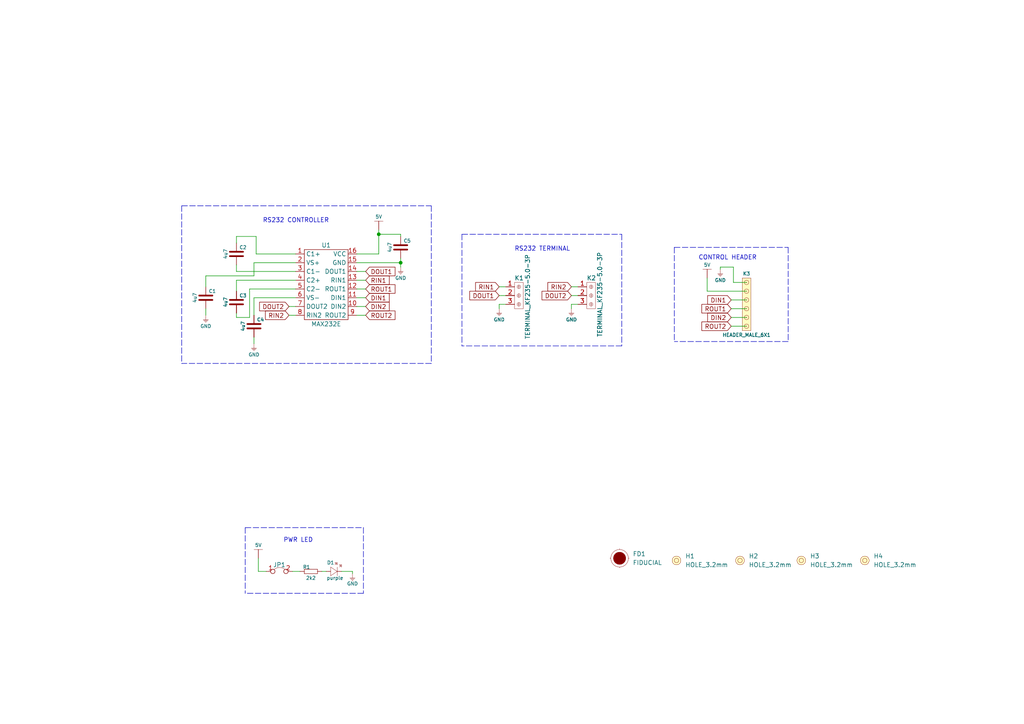
<source format=kicad_sch>
(kicad_sch (version 20210621) (generator eeschema)

  (uuid 2e4ae581-99aa-493b-a0a2-a5fb6df7d9ca)

  (paper "A4")

  (lib_symbols
    (symbol "e-radionica.com schematics:0402LED" (pin_numbers hide) (pin_names (offset 0.254) hide) (in_bom yes) (on_board yes)
      (property "Reference" "D" (id 0) (at -0.635 2.54 0)
        (effects (font (size 1 1)))
      )
      (property "Value" "0402LED" (id 1) (at 0 -2.54 0)
        (effects (font (size 1 1)))
      )
      (property "Footprint" "e-radionica.com footprinti:0402LED" (id 2) (at 0 5.08 0)
        (effects (font (size 1 1)) hide)
      )
      (property "Datasheet" "" (id 3) (at 0 0 0)
        (effects (font (size 1 1)) hide)
      )
      (symbol "0402LED_0_1"
        (polyline
          (pts
            (xy -0.635 1.27)
            (xy 1.27 0)
          )
          (stroke (width 0.0006)) (fill (type none))
        )
        (polyline
          (pts
            (xy 0.635 1.905)
            (xy 1.27 2.54)
          )
          (stroke (width 0.0006)) (fill (type none))
        )
        (polyline
          (pts
            (xy 1.27 1.27)
            (xy 1.27 -1.27)
          )
          (stroke (width 0.0006)) (fill (type none))
        )
        (polyline
          (pts
            (xy 1.905 1.27)
            (xy 2.54 1.905)
          )
          (stroke (width 0.0006)) (fill (type none))
        )
        (polyline
          (pts
            (xy -0.635 1.27)
            (xy -0.635 -1.27)
            (xy 1.27 0)
          )
          (stroke (width 0.0006)) (fill (type none))
        )
        (polyline
          (pts
            (xy 1.27 2.54)
            (xy 0.635 2.54)
            (xy 1.27 1.905)
            (xy 1.27 2.54)
          )
          (stroke (width 0.0006)) (fill (type none))
        )
        (polyline
          (pts
            (xy 2.54 1.905)
            (xy 1.905 1.905)
            (xy 2.54 1.27)
            (xy 2.54 1.905)
          )
          (stroke (width 0.0006)) (fill (type none))
        )
      )
      (symbol "0402LED_1_1"
        (pin passive line (at -1.905 0 0) (length 1.27)
          (name "A" (effects (font (size 1.27 1.27))))
          (number "1" (effects (font (size 1.27 1.27))))
        )
        (pin passive line (at 2.54 0 180) (length 1.27)
          (name "K" (effects (font (size 1.27 1.27))))
          (number "2" (effects (font (size 1.27 1.27))))
        )
      )
    )
    (symbol "e-radionica.com schematics:0402R" (pin_numbers hide) (pin_names (offset 0.254)) (in_bom yes) (on_board yes)
      (property "Reference" "R" (id 0) (at -1.905 1.27 0)
        (effects (font (size 1 1)))
      )
      (property "Value" "0402R" (id 1) (at 0 -1.27 0)
        (effects (font (size 1 1)))
      )
      (property "Footprint" "e-radionica.com footprinti:0402R" (id 2) (at -2.54 1.905 0)
        (effects (font (size 1 1)) hide)
      )
      (property "Datasheet" "" (id 3) (at -2.54 1.905 0)
        (effects (font (size 1 1)) hide)
      )
      (symbol "0402R_0_1"
        (rectangle (start -1.905 -0.635) (end 1.905 -0.6604)
          (stroke (width 0.1)) (fill (type none))
        )
        (rectangle (start -1.905 0.635) (end -1.8796 -0.635)
          (stroke (width 0.1)) (fill (type none))
        )
        (rectangle (start -1.905 0.635) (end 1.905 0.6096)
          (stroke (width 0.1)) (fill (type none))
        )
        (rectangle (start 1.905 0.635) (end 1.9304 -0.635)
          (stroke (width 0.1)) (fill (type none))
        )
      )
      (symbol "0402R_1_1"
        (pin passive line (at -3.175 0 0) (length 1.27)
          (name "~" (effects (font (size 1.27 1.27))))
          (number "1" (effects (font (size 1.27 1.27))))
        )
        (pin passive line (at 3.175 0 180) (length 1.27)
          (name "~" (effects (font (size 1.27 1.27))))
          (number "2" (effects (font (size 1.27 1.27))))
        )
      )
    )
    (symbol "e-radionica.com schematics:0603C" (pin_numbers hide) (pin_names (offset 0.002)) (in_bom yes) (on_board yes)
      (property "Reference" "C" (id 0) (at -0.635 3.175 0)
        (effects (font (size 1 1)))
      )
      (property "Value" "0603C" (id 1) (at 0 -3.175 0)
        (effects (font (size 1 1)))
      )
      (property "Footprint" "e-radionica.com footprinti:0603C" (id 2) (at 0 0 0)
        (effects (font (size 1 1)) hide)
      )
      (property "Datasheet" "" (id 3) (at 0 0 0)
        (effects (font (size 1 1)) hide)
      )
      (symbol "0603C_0_1"
        (polyline
          (pts
            (xy -0.635 1.905)
            (xy -0.635 -1.905)
          )
          (stroke (width 0.5)) (fill (type none))
        )
        (polyline
          (pts
            (xy 0.635 1.905)
            (xy 0.635 -1.905)
          )
          (stroke (width 0.5)) (fill (type none))
        )
      )
      (symbol "0603C_1_1"
        (pin passive line (at -3.175 0 0) (length 2.54)
          (name "~" (effects (font (size 1.27 1.27))))
          (number "1" (effects (font (size 1.27 1.27))))
        )
        (pin passive line (at 3.175 0 180) (length 2.54)
          (name "~" (effects (font (size 1.27 1.27))))
          (number "2" (effects (font (size 1.27 1.27))))
        )
      )
    )
    (symbol "e-radionica.com schematics:5V" (power) (pin_names (offset 0)) (in_bom yes) (on_board yes)
      (property "Reference" "#PWR" (id 0) (at 4.445 0 0)
        (effects (font (size 1 1)) hide)
      )
      (property "Value" "5V" (id 1) (at 0 3.556 0)
        (effects (font (size 1 1)))
      )
      (property "Footprint" "" (id 2) (at 4.445 3.81 0)
        (effects (font (size 1 1)) hide)
      )
      (property "Datasheet" "" (id 3) (at 4.445 3.81 0)
        (effects (font (size 1 1)) hide)
      )
      (property "ki_keywords" "power-flag" (id 4) (at 0 0 0)
        (effects (font (size 1.27 1.27)) hide)
      )
      (property "ki_description" "Power symbol creates a global label with name \"5V\"" (id 5) (at 0 0 0)
        (effects (font (size 1.27 1.27)) hide)
      )
      (symbol "5V_0_1"
        (polyline
          (pts
            (xy -1.27 2.54)
            (xy 1.27 2.54)
          )
          (stroke (width 0.0006)) (fill (type none))
        )
        (polyline
          (pts
            (xy 0 0)
            (xy 0 2.54)
          )
          (stroke (width 0)) (fill (type none))
        )
      )
      (symbol "5V_1_1"
        (pin power_in line (at 0 0 90) (length 0) hide
          (name "5V" (effects (font (size 1.27 1.27))))
          (number "1" (effects (font (size 1.27 1.27))))
        )
      )
    )
    (symbol "e-radionica.com schematics:FIDUCIAL" (in_bom no) (on_board yes)
      (property "Reference" "FD" (id 0) (at 0 3.81 0)
        (effects (font (size 1.27 1.27)))
      )
      (property "Value" "FIDUCIAL" (id 1) (at 0 -3.81 0)
        (effects (font (size 1.27 1.27)))
      )
      (property "Footprint" "e-radionica.com footprinti:FIDUCIAL_23" (id 2) (at 0.254 -5.334 0)
        (effects (font (size 1.27 1.27)) hide)
      )
      (property "Datasheet" "" (id 3) (at 0 0 0)
        (effects (font (size 1.27 1.27)) hide)
      )
      (symbol "FIDUCIAL_0_1"
        (circle (center 0 0) (radius 2.54) (stroke (width 0.0006)) (fill (type none)))
        (circle (center 0 0) (radius 1.7961) (stroke (width 0.001)) (fill (type outline)))
        (polyline
          (pts
            (xy -2.54 0)
            (xy -2.794 0)
          )
          (stroke (width 0.0006)) (fill (type none))
        )
        (polyline
          (pts
            (xy 0 -2.54)
            (xy 0 -2.794)
          )
          (stroke (width 0.0006)) (fill (type none))
        )
        (polyline
          (pts
            (xy 0 2.54)
            (xy 0 2.794)
          )
          (stroke (width 0.0006)) (fill (type none))
        )
        (polyline
          (pts
            (xy 2.54 0)
            (xy 2.794 0)
          )
          (stroke (width 0.0006)) (fill (type none))
        )
      )
    )
    (symbol "e-radionica.com schematics:GND" (power) (pin_names (offset 0)) (in_bom yes) (on_board yes)
      (property "Reference" "#PWR" (id 0) (at 4.445 0 0)
        (effects (font (size 1 1)) hide)
      )
      (property "Value" "GND" (id 1) (at 0 -2.921 0)
        (effects (font (size 1 1)))
      )
      (property "Footprint" "" (id 2) (at 4.445 3.81 0)
        (effects (font (size 1 1)) hide)
      )
      (property "Datasheet" "" (id 3) (at 4.445 3.81 0)
        (effects (font (size 1 1)) hide)
      )
      (property "ki_keywords" "power-flag" (id 4) (at 0 0 0)
        (effects (font (size 1.27 1.27)) hide)
      )
      (property "ki_description" "Power symbol creates a global label with name \"GND\"" (id 5) (at 0 0 0)
        (effects (font (size 1.27 1.27)) hide)
      )
      (symbol "GND_0_1"
        (polyline
          (pts
            (xy -0.762 -1.27)
            (xy 0.762 -1.27)
          )
          (stroke (width 0.0006)) (fill (type none))
        )
        (polyline
          (pts
            (xy -0.635 -1.524)
            (xy 0.635 -1.524)
          )
          (stroke (width 0.0006)) (fill (type none))
        )
        (polyline
          (pts
            (xy -0.381 -1.778)
            (xy 0.381 -1.778)
          )
          (stroke (width 0.0006)) (fill (type none))
        )
        (polyline
          (pts
            (xy -0.127 -2.032)
            (xy 0.127 -2.032)
          )
          (stroke (width 0.0006)) (fill (type none))
        )
        (polyline
          (pts
            (xy 0 0)
            (xy 0 -1.27)
          )
          (stroke (width 0.0006)) (fill (type none))
        )
      )
      (symbol "GND_1_1"
        (pin power_in line (at 0 0 270) (length 0) hide
          (name "GND" (effects (font (size 1.27 1.27))))
          (number "1" (effects (font (size 1.27 1.27))))
        )
      )
    )
    (symbol "e-radionica.com schematics:GND_3" (power) (pin_names (offset 0)) (in_bom yes) (on_board yes)
      (property "Reference" "#PWR" (id 0) (at 4.445 0 0)
        (effects (font (size 1 1)) hide)
      )
      (property "Value" "GND" (id 1) (at 0 -2.921 0)
        (effects (font (size 1 1)))
      )
      (property "Footprint" "" (id 2) (at 4.445 3.81 0)
        (effects (font (size 1 1)) hide)
      )
      (property "Datasheet" "" (id 3) (at 4.445 3.81 0)
        (effects (font (size 1 1)) hide)
      )
      (property "ki_keywords" "power-flag" (id 4) (at 0 0 0)
        (effects (font (size 1.27 1.27)) hide)
      )
      (property "ki_description" "Power symbol creates a global label with name \"+3V3\"" (id 5) (at 0 0 0)
        (effects (font (size 1.27 1.27)) hide)
      )
      (symbol "GND_3_0_1"
        (polyline
          (pts
            (xy -0.762 -1.27)
            (xy 0.762 -1.27)
          )
          (stroke (width 0.0006)) (fill (type none))
        )
        (polyline
          (pts
            (xy -0.635 -1.524)
            (xy 0.635 -1.524)
          )
          (stroke (width 0.0006)) (fill (type none))
        )
        (polyline
          (pts
            (xy -0.381 -1.778)
            (xy 0.381 -1.778)
          )
          (stroke (width 0.0006)) (fill (type none))
        )
        (polyline
          (pts
            (xy -0.127 -2.032)
            (xy 0.127 -2.032)
          )
          (stroke (width 0.0006)) (fill (type none))
        )
        (polyline
          (pts
            (xy 0 0)
            (xy 0 -1.27)
          )
          (stroke (width 0.0006)) (fill (type none))
        )
      )
      (symbol "GND_3_1_1"
        (pin power_in line (at 0 0 270) (length 0) hide
          (name "GND" (effects (font (size 1.27 1.27))))
          (number "1" (effects (font (size 1.27 1.27))))
        )
      )
    )
    (symbol "e-radionica.com schematics:HEADER_MALE_6X1" (pin_numbers hide) (pin_names hide) (in_bom yes) (on_board yes)
      (property "Reference" "K" (id 0) (at -0.635 10.16 0)
        (effects (font (size 1 1)))
      )
      (property "Value" "HEADER_MALE_6X1" (id 1) (at 1.27 -7.62 0)
        (effects (font (size 1 1)))
      )
      (property "Footprint" "e-radionica.com footprinti:HEADER_MALE_6X1" (id 2) (at 0 0 0)
        (effects (font (size 1 1)) hide)
      )
      (property "Datasheet" "" (id 3) (at 0 0 0)
        (effects (font (size 1 1)) hide)
      )
      (symbol "HEADER_MALE_6X1_0_1"
        (circle (center 0 -5.08) (radius 0.635) (stroke (width 0.0006)) (fill (type none)))
        (circle (center 0 -2.54) (radius 0.635) (stroke (width 0.0006)) (fill (type none)))
        (circle (center 0 0) (radius 0.635) (stroke (width 0.0006)) (fill (type none)))
        (circle (center 0 2.54) (radius 0.635) (stroke (width 0.0006)) (fill (type none)))
        (circle (center 0 5.08) (radius 0.635) (stroke (width 0.0006)) (fill (type none)))
        (circle (center 0 7.62) (radius 0.635) (stroke (width 0.0006)) (fill (type none)))
        (rectangle (start 1.27 -6.35) (end -1.27 8.89)
          (stroke (width 0.001)) (fill (type background))
        )
      )
      (symbol "HEADER_MALE_6X1_1_1"
        (pin passive line (at 0 -5.08 180) (length 0)
          (name "~" (effects (font (size 0.991 0.991))))
          (number "1" (effects (font (size 0.991 0.991))))
        )
        (pin passive line (at 0 -2.54 180) (length 0)
          (name "~" (effects (font (size 0.991 0.991))))
          (number "2" (effects (font (size 0.991 0.991))))
        )
        (pin passive line (at 0 0 180) (length 0)
          (name "~" (effects (font (size 0.991 0.991))))
          (number "3" (effects (font (size 0.991 0.991))))
        )
        (pin passive line (at 0 2.54 180) (length 0)
          (name "~" (effects (font (size 0.991 0.991))))
          (number "4" (effects (font (size 0.991 0.991))))
        )
        (pin passive line (at 0 5.08 180) (length 0)
          (name "~" (effects (font (size 0.991 0.991))))
          (number "5" (effects (font (size 0.991 0.991))))
        )
        (pin passive line (at 0 7.62 180) (length 0)
          (name "~" (effects (font (size 0.991 0.991))))
          (number "6" (effects (font (size 0.991 0.991))))
        )
      )
    )
    (symbol "e-radionica.com schematics:HOLE_3.2mm" (pin_numbers hide) (pin_names hide) (in_bom yes) (on_board yes)
      (property "Reference" "H" (id 0) (at 0 2.54 0)
        (effects (font (size 1.27 1.27)))
      )
      (property "Value" "HOLE_3.2mm" (id 1) (at 0 -2.54 0)
        (effects (font (size 1.27 1.27)))
      )
      (property "Footprint" "e-radionica.com footprinti:HOLE_3.2mm" (id 2) (at 0 0 0)
        (effects (font (size 1.27 1.27)) hide)
      )
      (property "Datasheet" "" (id 3) (at 0 0 0)
        (effects (font (size 1.27 1.27)) hide)
      )
      (symbol "HOLE_3.2mm_0_1"
        (circle (center 0 0) (radius 0.635) (stroke (width 0.0006)) (fill (type none)))
        (circle (center 0 0) (radius 1.27) (stroke (width 0.001)) (fill (type background)))
      )
    )
    (symbol "e-radionica.com schematics:MAX232E" (in_bom yes) (on_board yes)
      (property "Reference" "U" (id 0) (at 0 11.43 0)
        (effects (font (size 1.27 1.27)))
      )
      (property "Value" "MAX232E" (id 1) (at 0 -11.43 0)
        (effects (font (size 1.27 1.27)))
      )
      (property "Footprint" "e-radionica.com footprinti:SOP-16" (id 2) (at 0 -13.97 0)
        (effects (font (size 1.27 1.27)) hide)
      )
      (property "Datasheet" "" (id 3) (at 0 0 0)
        (effects (font (size 1.27 1.27)) hide)
      )
      (symbol "MAX232E_0_1"
        (rectangle (start -6.35 10.16) (end 6.35 -10.16)
          (stroke (width 0.1524)) (fill (type none))
        )
      )
      (symbol "MAX232E_1_1"
        (pin bidirectional line (at -8.89 8.89 0) (length 2.54)
          (name "C1+" (effects (font (size 1.27 1.27))))
          (number "1" (effects (font (size 1.27 1.27))))
        )
        (pin bidirectional line (at 8.89 -6.35 180) (length 2.54)
          (name "DIN2" (effects (font (size 1.27 1.27))))
          (number "10" (effects (font (size 1.27 1.27))))
        )
        (pin bidirectional line (at 8.89 -3.81 180) (length 2.54)
          (name "DIN1" (effects (font (size 1.27 1.27))))
          (number "11" (effects (font (size 1.27 1.27))))
        )
        (pin bidirectional line (at 8.89 -1.27 180) (length 2.54)
          (name "ROUT1" (effects (font (size 1.27 1.27))))
          (number "12" (effects (font (size 1.27 1.27))))
        )
        (pin bidirectional line (at 8.89 1.27 180) (length 2.54)
          (name "RIN1" (effects (font (size 1.27 1.27))))
          (number "13" (effects (font (size 1.27 1.27))))
        )
        (pin bidirectional line (at 8.89 3.81 180) (length 2.54)
          (name "DOUT1" (effects (font (size 1.27 1.27))))
          (number "14" (effects (font (size 1.27 1.27))))
        )
        (pin bidirectional line (at 8.89 6.35 180) (length 2.54)
          (name "GND" (effects (font (size 1.27 1.27))))
          (number "15" (effects (font (size 1.27 1.27))))
        )
        (pin bidirectional line (at 8.89 8.89 180) (length 2.54)
          (name "VCC" (effects (font (size 1.27 1.27))))
          (number "16" (effects (font (size 1.27 1.27))))
        )
        (pin bidirectional line (at -8.89 6.35 0) (length 2.54)
          (name "VS+" (effects (font (size 1.27 1.27))))
          (number "2" (effects (font (size 1.27 1.27))))
        )
        (pin bidirectional line (at -8.89 3.81 0) (length 2.54)
          (name "C1-" (effects (font (size 1.27 1.27))))
          (number "3" (effects (font (size 1.27 1.27))))
        )
        (pin bidirectional line (at -8.89 1.27 0) (length 2.54)
          (name "C2+" (effects (font (size 1.27 1.27))))
          (number "4" (effects (font (size 1.27 1.27))))
        )
        (pin bidirectional line (at -8.89 -1.27 0) (length 2.54)
          (name "C2-" (effects (font (size 1.27 1.27))))
          (number "5" (effects (font (size 1.27 1.27))))
        )
        (pin bidirectional line (at -8.89 -3.81 0) (length 2.54)
          (name "VS-" (effects (font (size 1.27 1.27))))
          (number "6" (effects (font (size 1.27 1.27))))
        )
        (pin bidirectional line (at -8.89 -6.35 0) (length 2.54)
          (name "DOUT2" (effects (font (size 1.27 1.27))))
          (number "7" (effects (font (size 1.27 1.27))))
        )
        (pin bidirectional line (at -8.89 -8.89 0) (length 2.54)
          (name "RIN2" (effects (font (size 1.27 1.27))))
          (number "8" (effects (font (size 1.27 1.27))))
        )
        (pin bidirectional line (at 8.89 -8.89 180) (length 2.54)
          (name "ROUT2" (effects (font (size 1.27 1.27))))
          (number "9" (effects (font (size 1.27 1.27))))
        )
      )
    )
    (symbol "e-radionica.com schematics:SMD-JUMPER-CONNECTED_TRACE_SLODERMASK" (in_bom yes) (on_board yes)
      (property "Reference" "JP" (id 0) (at 0 3.556 0)
        (effects (font (size 1.27 1.27)))
      )
      (property "Value" "SMD-JUMPER-CONNECTED_TRACE_SLODERMASK" (id 1) (at 0 -2.54 0)
        (effects (font (size 1.27 1.27)))
      )
      (property "Footprint" "e-radionica.com footprinti:SMD-JUMPER-CONNECTED_TRACE_SLODERMASK" (id 2) (at 0 -5.715 0)
        (effects (font (size 1.27 1.27)) hide)
      )
      (property "Datasheet" "" (id 3) (at 0 0 0)
        (effects (font (size 1.27 1.27)) hide)
      )
      (symbol "SMD-JUMPER-CONNECTED_TRACE_SLODERMASK_0_1"
        (arc (start -1.8034 0.5588) (end 1.397 0.5842) (radius (at -0.1875 -1.4124) (length 2.5489) (angles 129.3 51.6))
          (stroke (width 0.0006)) (fill (type none))
        )
      )
      (symbol "SMD-JUMPER-CONNECTED_TRACE_SLODERMASK_1_1"
        (pin passive inverted (at -4.064 0 0) (length 2.54)
          (name "" (effects (font (size 1.27 1.27))))
          (number "1" (effects (font (size 1.27 1.27))))
        )
        (pin passive inverted (at 3.556 0 180) (length 2.54)
          (name "" (effects (font (size 1.27 1.27))))
          (number "2" (effects (font (size 1.27 1.27))))
        )
      )
    )
    (symbol "e-radionica.com schematics:TERMINAL_KF235-5.0-3P" (in_bom yes) (on_board yes)
      (property "Reference" "K" (id 0) (at 0 5.08 0)
        (effects (font (size 1.27 1.27)))
      )
      (property "Value" "TERMINAL_KF235-5.0-3P" (id 1) (at 0 -5.08 0)
        (effects (font (size 1.27 1.27)))
      )
      (property "Footprint" "e-radionica.com footprinti:TERMINAL_KF235-5.0-3P" (id 2) (at 0 -7.62 0)
        (effects (font (size 1.27 1.27)) hide)
      )
      (property "Datasheet" "" (id 3) (at 0 0 0)
        (effects (font (size 1.27 1.27)) hide)
      )
      (symbol "TERMINAL_KF235-5.0-3P_0_1"
        (circle (center 0 -2.54) (radius 0.508) (stroke (width 0.0006)) (fill (type none)))
        (circle (center 0 0) (radius 0.508) (stroke (width 0.0006)) (fill (type none)))
        (circle (center 0 2.54) (radius 0.508) (stroke (width 0.0006)) (fill (type none)))
        (rectangle (start -1.27 3.81) (end 1.27 -3.81)
          (stroke (width 0.0006)) (fill (type none))
        )
        (polyline
          (pts
            (xy -0.254 -2.54)
            (xy 0.254 -2.54)
          )
          (stroke (width 0.0006)) (fill (type none))
        )
        (polyline
          (pts
            (xy -0.254 0)
            (xy 0.254 0)
          )
          (stroke (width 0.0006)) (fill (type none))
        )
        (polyline
          (pts
            (xy -0.254 2.54)
            (xy 0.254 2.54)
          )
          (stroke (width 0.0006)) (fill (type none))
        )
        (polyline
          (pts
            (xy 0 -2.032)
            (xy 0 -3.048)
          )
          (stroke (width 0.0006)) (fill (type none))
        )
        (polyline
          (pts
            (xy 0 0.508)
            (xy 0 -0.508)
          )
          (stroke (width 0.0006)) (fill (type none))
        )
        (polyline
          (pts
            (xy 0 3.048)
            (xy 0 2.032)
          )
          (stroke (width 0.0006)) (fill (type none))
        )
      )
      (symbol "TERMINAL_KF235-5.0-3P_1_1"
        (pin input line (at -3.81 2.54 0) (length 2.54)
          (name "~" (effects (font (size 1.27 1.27))))
          (number "1" (effects (font (size 1.27 1.27))))
        )
        (pin input line (at -3.81 0 0) (length 2.54)
          (name "~" (effects (font (size 1.27 1.27))))
          (number "2" (effects (font (size 1.27 1.27))))
        )
        (pin input line (at -3.81 -2.54 0) (length 2.54)
          (name "~" (effects (font (size 1.27 1.27))))
          (number "3" (effects (font (size 1.27 1.27))))
        )
      )
    )
  )

  (junction (at 109.855 67.945) (diameter 0.9144) (color 0 0 0 0))
  (junction (at 116.205 76.2) (diameter 0.9144) (color 0 0 0 0))

  (wire (pts (xy 59.69 80.01) (xy 59.69 83.185))
    (stroke (width 0) (type solid) (color 0 0 0 0))
    (uuid f2be864c-efce-459d-80c2-00edb0dfbcaa)
  )
  (wire (pts (xy 59.69 89.535) (xy 59.69 91.44))
    (stroke (width 0) (type solid) (color 0 0 0 0))
    (uuid 34611700-f4c0-4550-9b5d-6215192a9ead)
  )
  (wire (pts (xy 68.58 68.58) (xy 68.58 70.485))
    (stroke (width 0) (type solid) (color 0 0 0 0))
    (uuid b9e5fddb-41e4-4191-99e9-6875fda12d19)
  )
  (wire (pts (xy 68.58 78.74) (xy 68.58 76.835))
    (stroke (width 0) (type solid) (color 0 0 0 0))
    (uuid c3cf8fc5-30a8-4d2a-ad06-655c27422e4d)
  )
  (wire (pts (xy 68.58 78.74) (xy 85.725 78.74))
    (stroke (width 0) (type solid) (color 0 0 0 0))
    (uuid 6f1297e8-65fa-46e3-9e83-67c2106b2736)
  )
  (wire (pts (xy 68.58 81.28) (xy 68.58 84.455))
    (stroke (width 0) (type solid) (color 0 0 0 0))
    (uuid d179cc25-b17b-4af4-bd47-4f25dbec270d)
  )
  (wire (pts (xy 68.58 81.28) (xy 85.725 81.28))
    (stroke (width 0) (type solid) (color 0 0 0 0))
    (uuid 70b825a0-5a8f-4de9-b857-4903ef26c82f)
  )
  (wire (pts (xy 68.58 92.075) (xy 68.58 90.805))
    (stroke (width 0) (type solid) (color 0 0 0 0))
    (uuid 3ca71f6a-2774-4fa1-aee5-45c127fb2211)
  )
  (wire (pts (xy 72.39 83.82) (xy 72.39 92.075))
    (stroke (width 0) (type solid) (color 0 0 0 0))
    (uuid 2d3cbe51-23d6-4250-b51a-1ce8dc7c9343)
  )
  (wire (pts (xy 72.39 83.82) (xy 85.725 83.82))
    (stroke (width 0) (type solid) (color 0 0 0 0))
    (uuid 9e40a21a-8782-4eb9-a7b4-cbb63a54c18b)
  )
  (wire (pts (xy 72.39 92.075) (xy 68.58 92.075))
    (stroke (width 0) (type solid) (color 0 0 0 0))
    (uuid 3ca71f6a-2774-4fa1-aee5-45c127fb2211)
  )
  (wire (pts (xy 73.66 76.2) (xy 73.66 80.01))
    (stroke (width 0) (type solid) (color 0 0 0 0))
    (uuid f2be864c-efce-459d-80c2-00edb0dfbcaa)
  )
  (wire (pts (xy 73.66 76.2) (xy 85.725 76.2))
    (stroke (width 0) (type solid) (color 0 0 0 0))
    (uuid f2be864c-efce-459d-80c2-00edb0dfbcaa)
  )
  (wire (pts (xy 73.66 80.01) (xy 59.69 80.01))
    (stroke (width 0) (type solid) (color 0 0 0 0))
    (uuid f2be864c-efce-459d-80c2-00edb0dfbcaa)
  )
  (wire (pts (xy 73.66 86.36) (xy 73.66 91.44))
    (stroke (width 0) (type solid) (color 0 0 0 0))
    (uuid de29f6b1-a73b-4d09-a6f6-8f89fe27f249)
  )
  (wire (pts (xy 73.66 86.36) (xy 85.725 86.36))
    (stroke (width 0) (type solid) (color 0 0 0 0))
    (uuid 72bfef14-2e8f-4be9-9aeb-75680d217039)
  )
  (wire (pts (xy 73.66 97.79) (xy 73.66 99.695))
    (stroke (width 0) (type solid) (color 0 0 0 0))
    (uuid 5fef3a06-0c56-4b42-b3e5-07ca45c791b9)
  )
  (wire (pts (xy 74.295 68.58) (xy 68.58 68.58))
    (stroke (width 0) (type solid) (color 0 0 0 0))
    (uuid b9e5fddb-41e4-4191-99e9-6875fda12d19)
  )
  (wire (pts (xy 74.295 73.66) (xy 74.295 68.58))
    (stroke (width 0) (type solid) (color 0 0 0 0))
    (uuid b9e5fddb-41e4-4191-99e9-6875fda12d19)
  )
  (wire (pts (xy 74.295 73.66) (xy 85.725 73.66))
    (stroke (width 0) (type solid) (color 0 0 0 0))
    (uuid d51fb765-216f-4000-818d-6ac137bfdfa6)
  )
  (wire (pts (xy 74.93 165.735) (xy 74.93 161.925))
    (stroke (width 0) (type solid) (color 0 0 0 0))
    (uuid fabe1248-9503-44fd-81e2-9efdb40c8151)
  )
  (wire (pts (xy 77.216 165.735) (xy 74.93 165.735))
    (stroke (width 0) (type solid) (color 0 0 0 0))
    (uuid 76a80e17-ae62-497d-a3a4-0ea4f209f69c)
  )
  (wire (pts (xy 83.82 88.9) (xy 85.725 88.9))
    (stroke (width 0) (type solid) (color 0 0 0 0))
    (uuid 53692e9a-de65-498b-a378-519d6420641f)
  )
  (wire (pts (xy 83.82 91.44) (xy 85.725 91.44))
    (stroke (width 0) (type solid) (color 0 0 0 0))
    (uuid 56790e62-5996-4df5-9ef5-fdadf53dd14f)
  )
  (wire (pts (xy 84.836 165.735) (xy 86.995 165.735))
    (stroke (width 0) (type solid) (color 0 0 0 0))
    (uuid b6b18ec3-5e52-4d11-ae98-08909c2a8e27)
  )
  (wire (pts (xy 93.345 165.735) (xy 94.615 165.735))
    (stroke (width 0) (type solid) (color 0 0 0 0))
    (uuid 93a6f30a-8eb0-46b5-ab21-5c191029d0ac)
  )
  (wire (pts (xy 99.06 165.735) (xy 102.235 165.735))
    (stroke (width 0) (type solid) (color 0 0 0 0))
    (uuid d63b3610-6c92-4b51-97d9-60c24bae1d18)
  )
  (wire (pts (xy 102.235 165.735) (xy 102.235 166.37))
    (stroke (width 0) (type solid) (color 0 0 0 0))
    (uuid 02101284-c9ee-4785-aa30-acfb842a65e8)
  )
  (wire (pts (xy 103.505 73.66) (xy 109.855 73.66))
    (stroke (width 0) (type solid) (color 0 0 0 0))
    (uuid abe2c1da-77dc-44ad-b5d0-aa873962467f)
  )
  (wire (pts (xy 103.505 76.2) (xy 116.205 76.2))
    (stroke (width 0) (type solid) (color 0 0 0 0))
    (uuid b6f66e3a-03d7-4b2e-bf66-d0f1bc7e3d0d)
  )
  (wire (pts (xy 103.505 78.74) (xy 106.045 78.74))
    (stroke (width 0) (type solid) (color 0 0 0 0))
    (uuid 94953072-7010-42b5-8aba-93285c5eeae9)
  )
  (wire (pts (xy 103.505 81.28) (xy 106.045 81.28))
    (stroke (width 0) (type solid) (color 0 0 0 0))
    (uuid 1795ed96-a81f-4c87-8d4c-966e245ff33f)
  )
  (wire (pts (xy 103.505 83.82) (xy 106.045 83.82))
    (stroke (width 0) (type solid) (color 0 0 0 0))
    (uuid e73ffab5-1b45-4cf8-83ca-e91043278d3a)
  )
  (wire (pts (xy 103.505 86.36) (xy 106.045 86.36))
    (stroke (width 0) (type solid) (color 0 0 0 0))
    (uuid 75840501-d9ef-4122-bbcf-745b19057424)
  )
  (wire (pts (xy 103.505 88.9) (xy 106.045 88.9))
    (stroke (width 0) (type solid) (color 0 0 0 0))
    (uuid 058b710b-4c53-44d0-be1a-ad59a46b28a4)
  )
  (wire (pts (xy 103.505 91.44) (xy 106.045 91.44))
    (stroke (width 0) (type solid) (color 0 0 0 0))
    (uuid d14b6691-c8bf-4f4c-980c-3c903350b7e9)
  )
  (wire (pts (xy 109.855 67.945) (xy 109.855 66.675))
    (stroke (width 0) (type solid) (color 0 0 0 0))
    (uuid 366c2ff2-1863-43d1-863a-22e5a0d941f1)
  )
  (wire (pts (xy 109.855 73.66) (xy 109.855 67.945))
    (stroke (width 0) (type solid) (color 0 0 0 0))
    (uuid abe2c1da-77dc-44ad-b5d0-aa873962467f)
  )
  (wire (pts (xy 116.205 67.945) (xy 109.855 67.945))
    (stroke (width 0) (type solid) (color 0 0 0 0))
    (uuid 366c2ff2-1863-43d1-863a-22e5a0d941f1)
  )
  (wire (pts (xy 116.205 68.58) (xy 116.205 67.945))
    (stroke (width 0) (type solid) (color 0 0 0 0))
    (uuid 366c2ff2-1863-43d1-863a-22e5a0d941f1)
  )
  (wire (pts (xy 116.205 74.93) (xy 116.205 76.2))
    (stroke (width 0) (type solid) (color 0 0 0 0))
    (uuid eba5de24-f315-4bc7-bb96-4b68e38b3d6c)
  )
  (wire (pts (xy 116.205 76.2) (xy 116.205 77.47))
    (stroke (width 0) (type solid) (color 0 0 0 0))
    (uuid b6f66e3a-03d7-4b2e-bf66-d0f1bc7e3d0d)
  )
  (wire (pts (xy 144.78 83.185) (xy 146.685 83.185))
    (stroke (width 0) (type solid) (color 0 0 0 0))
    (uuid 644165f8-c559-42f1-a48b-e9e58eae2597)
  )
  (wire (pts (xy 144.78 85.725) (xy 146.685 85.725))
    (stroke (width 0) (type solid) (color 0 0 0 0))
    (uuid 559fba49-fab7-4ee4-b3a7-973ce7dedb85)
  )
  (wire (pts (xy 144.78 88.265) (xy 144.78 89.535))
    (stroke (width 0) (type solid) (color 0 0 0 0))
    (uuid 2e5aaa3e-76d8-45ec-94d6-095ba74413bc)
  )
  (wire (pts (xy 146.685 88.265) (xy 144.78 88.265))
    (stroke (width 0) (type solid) (color 0 0 0 0))
    (uuid 2e5aaa3e-76d8-45ec-94d6-095ba74413bc)
  )
  (wire (pts (xy 165.735 83.185) (xy 167.64 83.185))
    (stroke (width 0) (type solid) (color 0 0 0 0))
    (uuid 79f65aa7-1874-4836-8010-1f00dff5e8cd)
  )
  (wire (pts (xy 165.735 85.725) (xy 167.64 85.725))
    (stroke (width 0) (type solid) (color 0 0 0 0))
    (uuid ab200ce3-2b83-40f5-a53b-9fffca0d6db3)
  )
  (wire (pts (xy 165.735 88.265) (xy 165.735 89.535))
    (stroke (width 0) (type solid) (color 0 0 0 0))
    (uuid d45e9c7e-fe37-478d-a254-05c0a58b5a24)
  )
  (wire (pts (xy 167.64 88.265) (xy 165.735 88.265))
    (stroke (width 0) (type solid) (color 0 0 0 0))
    (uuid d45e9c7e-fe37-478d-a254-05c0a58b5a24)
  )
  (wire (pts (xy 205.105 84.455) (xy 205.105 80.645))
    (stroke (width 0) (type solid) (color 0 0 0 0))
    (uuid f1dcfe2a-f1bf-42de-aebc-83396245b157)
  )
  (wire (pts (xy 208.915 77.47) (xy 212.725 77.47))
    (stroke (width 0) (type solid) (color 0 0 0 0))
    (uuid a5b18634-7a27-4162-835a-fa26e7e9aad3)
  )
  (wire (pts (xy 208.915 78.105) (xy 208.915 77.47))
    (stroke (width 0) (type solid) (color 0 0 0 0))
    (uuid a5b18634-7a27-4162-835a-fa26e7e9aad3)
  )
  (wire (pts (xy 212.09 86.995) (xy 216.535 86.995))
    (stroke (width 0) (type solid) (color 0 0 0 0))
    (uuid 42069d48-3716-4681-aa13-9eeecb8272d0)
  )
  (wire (pts (xy 212.09 89.535) (xy 216.535 89.535))
    (stroke (width 0) (type solid) (color 0 0 0 0))
    (uuid 97b0c1f8-c22f-404b-9c49-45bb53bcd212)
  )
  (wire (pts (xy 212.09 92.075) (xy 216.535 92.075))
    (stroke (width 0) (type solid) (color 0 0 0 0))
    (uuid 021cc76c-22bd-4df4-83ad-7e8400e24672)
  )
  (wire (pts (xy 212.09 94.615) (xy 216.535 94.615))
    (stroke (width 0) (type solid) (color 0 0 0 0))
    (uuid a3547834-e9a7-4c28-85bf-275eb70a78c7)
  )
  (wire (pts (xy 212.725 77.47) (xy 212.725 81.915))
    (stroke (width 0) (type solid) (color 0 0 0 0))
    (uuid a5b18634-7a27-4162-835a-fa26e7e9aad3)
  )
  (wire (pts (xy 212.725 81.915) (xy 216.535 81.915))
    (stroke (width 0) (type solid) (color 0 0 0 0))
    (uuid a5b18634-7a27-4162-835a-fa26e7e9aad3)
  )
  (wire (pts (xy 216.535 84.455) (xy 205.105 84.455))
    (stroke (width 0) (type solid) (color 0 0 0 0))
    (uuid f1dcfe2a-f1bf-42de-aebc-83396245b157)
  )
  (polyline (pts (xy 52.705 59.69) (xy 52.705 105.41))
    (stroke (width 0) (type dash) (color 0 0 0 0))
    (uuid 27d2d653-873b-421c-ab25-01cfc595f2d0)
  )
  (polyline (pts (xy 52.705 59.69) (xy 125.095 59.69))
    (stroke (width 0) (type dash) (color 0 0 0 0))
    (uuid 27d2d653-873b-421c-ab25-01cfc595f2d0)
  )
  (polyline (pts (xy 71.12 153.035) (xy 71.12 172.085))
    (stroke (width 0) (type dash) (color 0 0 0 0))
    (uuid 052ce881-d32d-4f0a-b587-b9e87521171d)
  )
  (polyline (pts (xy 71.12 153.035) (xy 105.41 153.035))
    (stroke (width 0) (type dash) (color 0 0 0 0))
    (uuid 12944a9d-a66f-4956-85d4-3067cc6b8de3)
  )
  (polyline (pts (xy 105.41 153.035) (xy 105.41 172.085))
    (stroke (width 0) (type dash) (color 0 0 0 0))
    (uuid eee5653b-d738-40de-99d0-282491d6c508)
  )
  (polyline (pts (xy 105.41 172.085) (xy 71.12 172.085))
    (stroke (width 0) (type dash) (color 0 0 0 0))
    (uuid 9361c387-0b8b-4f1d-a5fb-e2baf58fe40f)
  )
  (polyline (pts (xy 125.095 59.69) (xy 125.095 105.41))
    (stroke (width 0) (type dash) (color 0 0 0 0))
    (uuid 27d2d653-873b-421c-ab25-01cfc595f2d0)
  )
  (polyline (pts (xy 125.095 105.41) (xy 52.705 105.41))
    (stroke (width 0) (type dash) (color 0 0 0 0))
    (uuid 27d2d653-873b-421c-ab25-01cfc595f2d0)
  )
  (polyline (pts (xy 133.985 67.945) (xy 133.985 100.33))
    (stroke (width 0) (type dash) (color 0 0 0 0))
    (uuid 123d78fb-895c-48aa-afc9-09582c17b66e)
  )
  (polyline (pts (xy 133.985 67.945) (xy 180.34 67.945))
    (stroke (width 0) (type dash) (color 0 0 0 0))
    (uuid 123d78fb-895c-48aa-afc9-09582c17b66e)
  )
  (polyline (pts (xy 180.34 67.945) (xy 180.34 100.33))
    (stroke (width 0) (type dash) (color 0 0 0 0))
    (uuid 123d78fb-895c-48aa-afc9-09582c17b66e)
  )
  (polyline (pts (xy 180.34 100.33) (xy 133.985 100.33))
    (stroke (width 0) (type dash) (color 0 0 0 0))
    (uuid 123d78fb-895c-48aa-afc9-09582c17b66e)
  )
  (polyline (pts (xy 195.58 71.755) (xy 195.58 99.06))
    (stroke (width 0) (type dash) (color 0 0 0 0))
    (uuid 7d5eebfe-c95d-4778-a952-8f3289a880e3)
  )
  (polyline (pts (xy 195.58 71.755) (xy 228.6 71.755))
    (stroke (width 0) (type dash) (color 0 0 0 0))
    (uuid 7d5eebfe-c95d-4778-a952-8f3289a880e3)
  )
  (polyline (pts (xy 228.6 71.755) (xy 228.6 99.06))
    (stroke (width 0) (type dash) (color 0 0 0 0))
    (uuid 7d5eebfe-c95d-4778-a952-8f3289a880e3)
  )
  (polyline (pts (xy 228.6 99.06) (xy 195.58 99.06))
    (stroke (width 0) (type dash) (color 0 0 0 0))
    (uuid 7d5eebfe-c95d-4778-a952-8f3289a880e3)
  )

  (text "RS232 CONTROLLER" (at 76.2 64.77 0)
    (effects (font (size 1.27 1.27)) (justify left bottom))
    (uuid 1fd00e5c-15cb-4e02-b8bc-bf7925c79065)
  )
  (text "PWR LED" (at 90.805 157.48 180)
    (effects (font (size 1.27 1.27)) (justify right bottom))
    (uuid 61cc96eb-a6e1-4103-ae56-41648c881dab)
  )
  (text "RS232 TERMINAL" (at 149.225 73.025 0)
    (effects (font (size 1.27 1.27)) (justify left bottom))
    (uuid fb9860c6-b40f-47cf-a4ce-658a2aeed4b8)
  )
  (text "CONTROL HEADER" (at 202.565 75.565 0)
    (effects (font (size 1.27 1.27)) (justify left bottom))
    (uuid 3cc934bb-a048-4906-af8f-78887e674c28)
  )

  (global_label "DOUT2" (shape input) (at 83.82 88.9 180) (fields_autoplaced)
    (effects (font (size 1.27 1.27)) (justify right))
    (uuid 38569ff3-c8cc-4f39-84fb-2f693de5b1de)
    (property "Intersheet References" "${INTERSHEET_REFS}" (id 0) (at 75.2988 88.8206 0)
      (effects (font (size 1.27 1.27)) (justify right) hide)
    )
  )
  (global_label "RIN2" (shape input) (at 83.82 91.44 180) (fields_autoplaced)
    (effects (font (size 1.27 1.27)) (justify right))
    (uuid 7df3815d-8846-4a83-83ad-fd3e0320daeb)
    (property "Intersheet References" "${INTERSHEET_REFS}" (id 0) (at 76.9921 91.3606 0)
      (effects (font (size 1.27 1.27)) (justify right) hide)
    )
  )
  (global_label "DOUT1" (shape input) (at 106.045 78.74 0) (fields_autoplaced)
    (effects (font (size 1.27 1.27)) (justify left))
    (uuid 2c303eb2-b702-4c57-9180-5c4da4da0cec)
    (property "Intersheet References" "${INTERSHEET_REFS}" (id 0) (at 114.5662 78.6606 0)
      (effects (font (size 1.27 1.27)) (justify left) hide)
    )
  )
  (global_label "RIN1" (shape input) (at 106.045 81.28 0) (fields_autoplaced)
    (effects (font (size 1.27 1.27)) (justify left))
    (uuid 481d2357-1490-4103-b786-fddbb37febd6)
    (property "Intersheet References" "${INTERSHEET_REFS}" (id 0) (at 112.8729 81.2006 0)
      (effects (font (size 1.27 1.27)) (justify left) hide)
    )
  )
  (global_label "ROUT1" (shape input) (at 106.045 83.82 0) (fields_autoplaced)
    (effects (font (size 1.27 1.27)) (justify left))
    (uuid 39e92982-16b8-4ce2-9ce4-feedc3248fc3)
    (property "Intersheet References" "${INTERSHEET_REFS}" (id 0) (at 114.5662 83.7406 0)
      (effects (font (size 1.27 1.27)) (justify left) hide)
    )
  )
  (global_label "DIN1" (shape input) (at 106.045 86.36 0) (fields_autoplaced)
    (effects (font (size 1.27 1.27)) (justify left))
    (uuid 9829f5ed-5d4b-43e8-978e-8aea8e1cd20d)
    (property "Intersheet References" "${INTERSHEET_REFS}" (id 0) (at 112.8729 86.2806 0)
      (effects (font (size 1.27 1.27)) (justify left) hide)
    )
  )
  (global_label "DIN2" (shape input) (at 106.045 88.9 0) (fields_autoplaced)
    (effects (font (size 1.27 1.27)) (justify left))
    (uuid f4b74bdf-5beb-4fd1-a8b8-ed1bdaebb56e)
    (property "Intersheet References" "${INTERSHEET_REFS}" (id 0) (at 112.8729 88.8206 0)
      (effects (font (size 1.27 1.27)) (justify left) hide)
    )
  )
  (global_label "ROUT2" (shape input) (at 106.045 91.44 0) (fields_autoplaced)
    (effects (font (size 1.27 1.27)) (justify left))
    (uuid 91881cec-95ea-4d14-932e-2cbe0a2710b5)
    (property "Intersheet References" "${INTERSHEET_REFS}" (id 0) (at 114.5662 91.3606 0)
      (effects (font (size 1.27 1.27)) (justify left) hide)
    )
  )
  (global_label "RIN1" (shape input) (at 144.78 83.185 180) (fields_autoplaced)
    (effects (font (size 1.27 1.27)) (justify right))
    (uuid f7a1d030-3ba5-4fb3-9e64-67b948786417)
    (property "Intersheet References" "${INTERSHEET_REFS}" (id 0) (at 137.9521 83.1056 0)
      (effects (font (size 1.27 1.27)) (justify right) hide)
    )
  )
  (global_label "DOUT1" (shape input) (at 144.78 85.725 180) (fields_autoplaced)
    (effects (font (size 1.27 1.27)) (justify right))
    (uuid 1ff889b8-5013-489c-9c39-1b611ef81906)
    (property "Intersheet References" "${INTERSHEET_REFS}" (id 0) (at 136.2588 85.6456 0)
      (effects (font (size 1.27 1.27)) (justify right) hide)
    )
  )
  (global_label "RIN2" (shape input) (at 165.735 83.185 180) (fields_autoplaced)
    (effects (font (size 1.27 1.27)) (justify right))
    (uuid c5340b71-59e8-4b41-b812-393814030433)
    (property "Intersheet References" "${INTERSHEET_REFS}" (id 0) (at 158.9071 83.1056 0)
      (effects (font (size 1.27 1.27)) (justify right) hide)
    )
  )
  (global_label "DOUT2" (shape input) (at 165.735 85.725 180) (fields_autoplaced)
    (effects (font (size 1.27 1.27)) (justify right))
    (uuid ac609fa1-3745-4926-856b-2c640ec73851)
    (property "Intersheet References" "${INTERSHEET_REFS}" (id 0) (at 157.2138 85.6456 0)
      (effects (font (size 1.27 1.27)) (justify right) hide)
    )
  )
  (global_label "DIN1" (shape input) (at 212.09 86.995 180) (fields_autoplaced)
    (effects (font (size 1.27 1.27)) (justify right))
    (uuid afdcf028-0f54-4eaf-9cb6-10d819dcf996)
    (property "Intersheet References" "${INTERSHEET_REFS}" (id 0) (at 205.2621 86.9156 0)
      (effects (font (size 1.27 1.27)) (justify right) hide)
    )
  )
  (global_label "ROUT1" (shape input) (at 212.09 89.535 180) (fields_autoplaced)
    (effects (font (size 1.27 1.27)) (justify right))
    (uuid aad6eacf-91db-4e0c-b60b-9683c4b670b6)
    (property "Intersheet References" "${INTERSHEET_REFS}" (id 0) (at 203.5688 89.4556 0)
      (effects (font (size 1.27 1.27)) (justify right) hide)
    )
  )
  (global_label "DIN2" (shape input) (at 212.09 92.075 180) (fields_autoplaced)
    (effects (font (size 1.27 1.27)) (justify right))
    (uuid 8e05d15d-fef3-435b-b353-72aff01ad8e9)
    (property "Intersheet References" "${INTERSHEET_REFS}" (id 0) (at 205.2621 91.9956 0)
      (effects (font (size 1.27 1.27)) (justify right) hide)
    )
  )
  (global_label "ROUT2" (shape input) (at 212.09 94.615 180) (fields_autoplaced)
    (effects (font (size 1.27 1.27)) (justify right))
    (uuid 1ea87ec8-f7bc-470e-9e1a-f6dca7567f99)
    (property "Intersheet References" "${INTERSHEET_REFS}" (id 0) (at 203.5688 94.5356 0)
      (effects (font (size 1.27 1.27)) (justify right) hide)
    )
  )

  (symbol (lib_id "e-radionica.com schematics:GND") (at 59.69 91.44 0) (unit 1)
    (in_bom yes) (on_board yes)
    (uuid 3652c345-7cff-4b1b-af4b-b60ca649d010)
    (property "Reference" "#PWR01" (id 0) (at 64.135 91.44 0)
      (effects (font (size 1 1)) hide)
    )
    (property "Value" "GND" (id 1) (at 59.69 94.615 0)
      (effects (font (size 1 1)))
    )
    (property "Footprint" "" (id 2) (at 64.135 87.63 0)
      (effects (font (size 1 1)) hide)
    )
    (property "Datasheet" "" (id 3) (at 64.135 87.63 0)
      (effects (font (size 1 1)) hide)
    )
    (pin "1" (uuid 692ff149-7861-481b-9c8a-9ce3fe0573bf))
  )

  (symbol (lib_id "e-radionica.com schematics:GND") (at 73.66 99.695 0) (unit 1)
    (in_bom yes) (on_board yes)
    (uuid 3e9b1329-d6b6-409c-b14d-040018609df0)
    (property "Reference" "#PWR02" (id 0) (at 78.105 99.695 0)
      (effects (font (size 1 1)) hide)
    )
    (property "Value" "GND" (id 1) (at 73.66 102.87 0)
      (effects (font (size 1 1)))
    )
    (property "Footprint" "" (id 2) (at 78.105 95.885 0)
      (effects (font (size 1 1)) hide)
    )
    (property "Datasheet" "" (id 3) (at 78.105 95.885 0)
      (effects (font (size 1 1)) hide)
    )
    (pin "1" (uuid 2f1f015a-f9b8-4489-9a2b-21a64c8f567f))
  )

  (symbol (lib_name "e-radionica.com schematics:GND_3") (lib_id "e-radionica.com schematics:GND") (at 102.235 166.37 0) (unit 1)
    (in_bom yes) (on_board yes)
    (uuid c1443711-9f91-4351-b1d6-b5a560a6450f)
    (property "Reference" "#PWR04" (id 0) (at 106.68 166.37 0)
      (effects (font (size 1 1)) hide)
    )
    (property "Value" "GND" (id 1) (at 102.235 169.291 0)
      (effects (font (size 1 1)))
    )
    (property "Footprint" "" (id 2) (at 106.68 162.56 0)
      (effects (font (size 1 1)) hide)
    )
    (property "Datasheet" "" (id 3) (at 106.68 162.56 0)
      (effects (font (size 1 1)) hide)
    )
    (pin "1" (uuid de049113-8bab-4f5e-bb56-6bf6aff24b63))
  )

  (symbol (lib_id "e-radionica.com schematics:GND") (at 116.205 77.47 0) (unit 1)
    (in_bom yes) (on_board yes)
    (uuid a2571d15-6a65-40f1-898d-5bdfa8400d8d)
    (property "Reference" "#PWR06" (id 0) (at 120.65 77.47 0)
      (effects (font (size 1 1)) hide)
    )
    (property "Value" "GND" (id 1) (at 116.205 80.645 0)
      (effects (font (size 1 1)))
    )
    (property "Footprint" "" (id 2) (at 120.65 73.66 0)
      (effects (font (size 1 1)) hide)
    )
    (property "Datasheet" "" (id 3) (at 120.65 73.66 0)
      (effects (font (size 1 1)) hide)
    )
    (pin "1" (uuid e316a72e-d7eb-427f-94d0-749be2ee778c))
  )

  (symbol (lib_id "e-radionica.com schematics:GND") (at 144.78 89.535 0) (unit 1)
    (in_bom yes) (on_board yes)
    (uuid b201cf41-240c-4255-9d9c-e2c3f83b8ff6)
    (property "Reference" "#PWR07" (id 0) (at 149.225 89.535 0)
      (effects (font (size 1 1)) hide)
    )
    (property "Value" "GND" (id 1) (at 144.78 92.71 0)
      (effects (font (size 1 1)))
    )
    (property "Footprint" "" (id 2) (at 149.225 85.725 0)
      (effects (font (size 1 1)) hide)
    )
    (property "Datasheet" "" (id 3) (at 149.225 85.725 0)
      (effects (font (size 1 1)) hide)
    )
    (pin "1" (uuid 81f782de-ba28-495f-8dc2-0a8fa769fa1f))
  )

  (symbol (lib_id "e-radionica.com schematics:GND") (at 165.735 89.535 0) (unit 1)
    (in_bom yes) (on_board yes)
    (uuid 7291c7ea-d070-49e9-9e3b-d4beac620ef4)
    (property "Reference" "#PWR08" (id 0) (at 170.18 89.535 0)
      (effects (font (size 1 1)) hide)
    )
    (property "Value" "GND" (id 1) (at 165.735 92.71 0)
      (effects (font (size 1 1)))
    )
    (property "Footprint" "" (id 2) (at 170.18 85.725 0)
      (effects (font (size 1 1)) hide)
    )
    (property "Datasheet" "" (id 3) (at 170.18 85.725 0)
      (effects (font (size 1 1)) hide)
    )
    (pin "1" (uuid bfaebefc-5cbb-4ce8-b4de-4940d8052319))
  )

  (symbol (lib_id "e-radionica.com schematics:GND") (at 208.915 78.105 0) (unit 1)
    (in_bom yes) (on_board yes)
    (uuid 39f53f17-b60e-4a26-b67e-ee6a9d0421bc)
    (property "Reference" "#PWR010" (id 0) (at 213.36 78.105 0)
      (effects (font (size 1 1)) hide)
    )
    (property "Value" "GND" (id 1) (at 208.915 81.28 0)
      (effects (font (size 1 1)))
    )
    (property "Footprint" "" (id 2) (at 213.36 74.295 0)
      (effects (font (size 1 1)) hide)
    )
    (property "Datasheet" "" (id 3) (at 213.36 74.295 0)
      (effects (font (size 1 1)) hide)
    )
    (pin "1" (uuid 27ebeeef-ec02-4211-99bb-e4858e9f7a35))
  )

  (symbol (lib_id "e-radionica.com schematics:HOLE_3.2mm") (at 196.215 162.56 0) (unit 1)
    (in_bom yes) (on_board yes) (fields_autoplaced)
    (uuid 4d7c7762-81f8-453b-81dd-4fb137f4a9ce)
    (property "Reference" "H1" (id 0) (at 198.755 161.2899 0)
      (effects (font (size 1.27 1.27)) (justify left))
    )
    (property "Value" "HOLE_3.2mm" (id 1) (at 198.755 163.8299 0)
      (effects (font (size 1.27 1.27)) (justify left))
    )
    (property "Footprint" "e-radionica.com footprinti:HOLE_3.2mm" (id 2) (at 196.215 162.56 0)
      (effects (font (size 1.27 1.27)) hide)
    )
    (property "Datasheet" "" (id 3) (at 196.215 162.56 0)
      (effects (font (size 1.27 1.27)) hide)
    )
  )

  (symbol (lib_id "e-radionica.com schematics:HOLE_3.2mm") (at 214.63 162.56 0) (unit 1)
    (in_bom yes) (on_board yes) (fields_autoplaced)
    (uuid 45198f55-42af-4d4c-adbf-554d05fb2015)
    (property "Reference" "H2" (id 0) (at 217.17 161.2899 0)
      (effects (font (size 1.27 1.27)) (justify left))
    )
    (property "Value" "HOLE_3.2mm" (id 1) (at 217.17 163.8299 0)
      (effects (font (size 1.27 1.27)) (justify left))
    )
    (property "Footprint" "e-radionica.com footprinti:HOLE_3.2mm" (id 2) (at 214.63 162.56 0)
      (effects (font (size 1.27 1.27)) hide)
    )
    (property "Datasheet" "" (id 3) (at 214.63 162.56 0)
      (effects (font (size 1.27 1.27)) hide)
    )
  )

  (symbol (lib_id "e-radionica.com schematics:HOLE_3.2mm") (at 232.41 162.56 0) (unit 1)
    (in_bom yes) (on_board yes) (fields_autoplaced)
    (uuid 7e187b07-dddb-43b0-97b6-7484feb80003)
    (property "Reference" "H3" (id 0) (at 234.95 161.2899 0)
      (effects (font (size 1.27 1.27)) (justify left))
    )
    (property "Value" "HOLE_3.2mm" (id 1) (at 234.95 163.8299 0)
      (effects (font (size 1.27 1.27)) (justify left))
    )
    (property "Footprint" "e-radionica.com footprinti:HOLE_3.2mm" (id 2) (at 232.41 162.56 0)
      (effects (font (size 1.27 1.27)) hide)
    )
    (property "Datasheet" "" (id 3) (at 232.41 162.56 0)
      (effects (font (size 1.27 1.27)) hide)
    )
  )

  (symbol (lib_id "e-radionica.com schematics:HOLE_3.2mm") (at 250.825 162.56 0) (unit 1)
    (in_bom yes) (on_board yes) (fields_autoplaced)
    (uuid dd63cef5-4284-423a-b93d-12a66f2a77ab)
    (property "Reference" "H4" (id 0) (at 253.365 161.2899 0)
      (effects (font (size 1.27 1.27)) (justify left))
    )
    (property "Value" "HOLE_3.2mm" (id 1) (at 253.365 163.8299 0)
      (effects (font (size 1.27 1.27)) (justify left))
    )
    (property "Footprint" "e-radionica.com footprinti:HOLE_3.2mm" (id 2) (at 250.825 162.56 0)
      (effects (font (size 1.27 1.27)) hide)
    )
    (property "Datasheet" "" (id 3) (at 250.825 162.56 0)
      (effects (font (size 1.27 1.27)) hide)
    )
  )

  (symbol (lib_id "e-radionica.com schematics:5V") (at 74.93 161.925 0) (unit 1)
    (in_bom yes) (on_board yes) (fields_autoplaced)
    (uuid 7c8c2c10-e52e-4469-ab9d-30370312de1d)
    (property "Reference" "#PWR03" (id 0) (at 79.375 161.925 0)
      (effects (font (size 1 1)) hide)
    )
    (property "Value" "5V" (id 1) (at 74.93 158.115 0)
      (effects (font (size 1 1)))
    )
    (property "Footprint" "" (id 2) (at 79.375 158.115 0)
      (effects (font (size 1 1)) hide)
    )
    (property "Datasheet" "" (id 3) (at 79.375 158.115 0)
      (effects (font (size 1 1)) hide)
    )
    (pin "1" (uuid 19ef713d-40a5-4a07-a85b-d6ff04a7c5a2))
  )

  (symbol (lib_id "e-radionica.com schematics:5V") (at 109.855 66.675 0) (unit 1)
    (in_bom yes) (on_board yes) (fields_autoplaced)
    (uuid f3250e96-b171-4353-9c5f-41387f77828c)
    (property "Reference" "#PWR05" (id 0) (at 114.3 66.675 0)
      (effects (font (size 1 1)) hide)
    )
    (property "Value" "5V" (id 1) (at 109.855 62.865 0)
      (effects (font (size 1 1)))
    )
    (property "Footprint" "" (id 2) (at 114.3 62.865 0)
      (effects (font (size 1 1)) hide)
    )
    (property "Datasheet" "" (id 3) (at 114.3 62.865 0)
      (effects (font (size 1 1)) hide)
    )
    (pin "1" (uuid a87d9895-83f3-40dc-af1e-948ed58903b0))
  )

  (symbol (lib_id "e-radionica.com schematics:5V") (at 205.105 80.645 0) (unit 1)
    (in_bom yes) (on_board yes) (fields_autoplaced)
    (uuid 2a3cfef4-c05c-4dd6-bc39-ab4cca52859b)
    (property "Reference" "#PWR09" (id 0) (at 209.55 80.645 0)
      (effects (font (size 1 1)) hide)
    )
    (property "Value" "5V" (id 1) (at 205.105 76.835 0)
      (effects (font (size 1 1)))
    )
    (property "Footprint" "" (id 2) (at 209.55 76.835 0)
      (effects (font (size 1 1)) hide)
    )
    (property "Datasheet" "" (id 3) (at 209.55 76.835 0)
      (effects (font (size 1 1)) hide)
    )
    (pin "1" (uuid 0c69979e-2326-40c6-8494-a38aedc800a0))
  )

  (symbol (lib_id "e-radionica.com schematics:0402R") (at 90.17 165.735 0) (unit 1)
    (in_bom yes) (on_board yes)
    (uuid fab3379e-5687-40f0-afa8-43acc830e433)
    (property "Reference" "R1" (id 0) (at 88.9 164.465 0)
      (effects (font (size 1 1)))
    )
    (property "Value" "2k2" (id 1) (at 90.17 167.64 0)
      (effects (font (size 1 1)))
    )
    (property "Footprint" "e-radionica.com footprinti:0402R" (id 2) (at 87.63 163.83 0)
      (effects (font (size 1 1)) hide)
    )
    (property "Datasheet" "" (id 3) (at 87.63 163.83 0)
      (effects (font (size 1 1)) hide)
    )
    (pin "1" (uuid c4529d21-c7eb-4053-83af-2c85da3e2e16))
    (pin "2" (uuid e78b68d5-fb72-416a-84fe-20b8841ae672))
  )

  (symbol (lib_id "e-radionica.com schematics:SMD-JUMPER-CONNECTED_TRACE_SLODERMASK") (at 81.28 165.735 0) (unit 1)
    (in_bom yes) (on_board yes)
    (uuid d5931883-9162-4095-a3e1-e4637d1c514f)
    (property "Reference" "JP1" (id 0) (at 81.026 163.83 0))
    (property "Value" "SMD-JUMPER-CONNECTED_TRACE_SLODERMASK" (id 1) (at 81.026 167.64 0)
      (effects (font (size 1.27 1.27)) hide)
    )
    (property "Footprint" "e-radionica.com footprinti:SMD-JUMPER-CONNECTED_TRACE_SLODERMASK" (id 2) (at 81.28 171.45 0)
      (effects (font (size 1.27 1.27)) hide)
    )
    (property "Datasheet" "" (id 3) (at 81.28 165.735 0)
      (effects (font (size 1.27 1.27)) hide)
    )
    (pin "1" (uuid 55ce982b-fa3b-4b84-917f-efc1c24b2b33))
    (pin "2" (uuid 51728fe7-2cb4-4424-a674-ad341802e4aa))
  )

  (symbol (lib_id "e-radionica.com schematics:0402LED") (at 96.52 165.735 0) (unit 1)
    (in_bom yes) (on_board yes)
    (uuid 90176094-e848-4565-b2cc-bc214892239d)
    (property "Reference" "D1" (id 0) (at 95.885 163.195 0)
      (effects (font (size 1 1)))
    )
    (property "Value" "purple" (id 1) (at 97.155 167.64 0)
      (effects (font (size 1 1)))
    )
    (property "Footprint" "e-radionica.com footprinti:0402LED" (id 2) (at 96.52 160.655 0)
      (effects (font (size 1 1)) hide)
    )
    (property "Datasheet" "" (id 3) (at 96.52 165.735 0)
      (effects (font (size 1 1)) hide)
    )
    (pin "1" (uuid ca6b09ae-e146-46e2-ab59-2dc295a50cc5))
    (pin "2" (uuid 216b0793-bb42-492f-a992-52c7b5493d0e))
  )

  (symbol (lib_id "e-radionica.com schematics:0603C") (at 59.69 86.36 90) (unit 1)
    (in_bom yes) (on_board yes)
    (uuid 0d74996b-10c1-41d2-a7df-fabaf4d15720)
    (property "Reference" "C1" (id 0) (at 61.595 84.455 90)
      (effects (font (size 1 1)))
    )
    (property "Value" "4u7" (id 1) (at 56.515 86.36 0)
      (effects (font (size 1 1)))
    )
    (property "Footprint" "e-radionica.com footprinti:0603C" (id 2) (at 59.69 86.36 0)
      (effects (font (size 1 1)) hide)
    )
    (property "Datasheet" "" (id 3) (at 59.69 86.36 0)
      (effects (font (size 1 1)) hide)
    )
    (pin "1" (uuid 44198d52-472b-4b51-8383-88774dc9e83b))
    (pin "2" (uuid f0a313a6-3301-41a0-8318-91a562212dc6))
  )

  (symbol (lib_id "e-radionica.com schematics:0603C") (at 68.58 73.66 90) (unit 1)
    (in_bom yes) (on_board yes)
    (uuid 3ed9b3d8-6b70-43bd-8fe3-5c9b199c1dfe)
    (property "Reference" "C2" (id 0) (at 70.485 71.755 90)
      (effects (font (size 1 1)))
    )
    (property "Value" "4u7" (id 1) (at 65.405 73.66 0)
      (effects (font (size 1 1)))
    )
    (property "Footprint" "e-radionica.com footprinti:0603C" (id 2) (at 68.58 73.66 0)
      (effects (font (size 1 1)) hide)
    )
    (property "Datasheet" "" (id 3) (at 68.58 73.66 0)
      (effects (font (size 1 1)) hide)
    )
    (pin "1" (uuid 54bdba54-4ed9-4c02-85ac-e7387e97a1f9))
    (pin "2" (uuid 8b9a38c4-1347-4f25-841f-4a658b03ce6b))
  )

  (symbol (lib_id "e-radionica.com schematics:0603C") (at 68.58 87.63 90) (unit 1)
    (in_bom yes) (on_board yes)
    (uuid 12949171-6ff9-4fe5-9ff5-41a94f1d7a0b)
    (property "Reference" "C3" (id 0) (at 70.485 85.725 90)
      (effects (font (size 1 1)))
    )
    (property "Value" "4u7" (id 1) (at 65.405 87.63 0)
      (effects (font (size 1 1)))
    )
    (property "Footprint" "e-radionica.com footprinti:0603C" (id 2) (at 68.58 87.63 0)
      (effects (font (size 1 1)) hide)
    )
    (property "Datasheet" "" (id 3) (at 68.58 87.63 0)
      (effects (font (size 1 1)) hide)
    )
    (pin "1" (uuid 661e0553-1a21-4ec5-a76b-b9dd970c7b47))
    (pin "2" (uuid 91e22278-0abf-4d31-894e-5e7849cd3db0))
  )

  (symbol (lib_id "e-radionica.com schematics:0603C") (at 73.66 94.615 90) (unit 1)
    (in_bom yes) (on_board yes)
    (uuid c24b92ee-4935-4098-9e41-fd53796867e0)
    (property "Reference" "C4" (id 0) (at 75.565 92.71 90)
      (effects (font (size 1 1)))
    )
    (property "Value" "4u7" (id 1) (at 70.485 94.615 0)
      (effects (font (size 1 1)))
    )
    (property "Footprint" "e-radionica.com footprinti:0603C" (id 2) (at 73.66 94.615 0)
      (effects (font (size 1 1)) hide)
    )
    (property "Datasheet" "" (id 3) (at 73.66 94.615 0)
      (effects (font (size 1 1)) hide)
    )
    (pin "1" (uuid 4b670216-061d-42f2-937e-16b1a13efbe7))
    (pin "2" (uuid 5d7b14f3-5daf-45ae-ae4d-85fde9a8ec64))
  )

  (symbol (lib_id "e-radionica.com schematics:0603C") (at 116.205 71.755 90) (unit 1)
    (in_bom yes) (on_board yes)
    (uuid c93b1581-dcd9-42a4-80f8-187cce118306)
    (property "Reference" "C5" (id 0) (at 118.11 69.85 90)
      (effects (font (size 1 1)))
    )
    (property "Value" "4u7" (id 1) (at 113.03 71.755 0)
      (effects (font (size 1 1)))
    )
    (property "Footprint" "e-radionica.com footprinti:0603C" (id 2) (at 116.205 71.755 0)
      (effects (font (size 1 1)) hide)
    )
    (property "Datasheet" "" (id 3) (at 116.205 71.755 0)
      (effects (font (size 1 1)) hide)
    )
    (pin "1" (uuid 8907da75-858b-4f02-a8b2-b9c6666862b3))
    (pin "2" (uuid d386a8e9-54ab-46ae-8875-e24337803cb1))
  )

  (symbol (lib_id "e-radionica.com schematics:FIDUCIAL") (at 179.705 161.925 0) (unit 1)
    (in_bom no) (on_board yes) (fields_autoplaced)
    (uuid 426753c1-6e72-4cbf-b5d4-ee9131e4423b)
    (property "Reference" "FD1" (id 0) (at 183.515 160.6549 0)
      (effects (font (size 1.27 1.27)) (justify left))
    )
    (property "Value" "FIDUCIAL" (id 1) (at 183.515 163.1949 0)
      (effects (font (size 1.27 1.27)) (justify left))
    )
    (property "Footprint" "e-radionica.com footprinti:FIDUCIAL_23" (id 2) (at 179.959 167.259 0)
      (effects (font (size 1.27 1.27)) hide)
    )
    (property "Datasheet" "" (id 3) (at 179.705 161.925 0)
      (effects (font (size 1.27 1.27)) hide)
    )
  )

  (symbol (lib_id "e-radionica.com schematics:HEADER_MALE_6X1") (at 216.535 89.535 0) (unit 1)
    (in_bom yes) (on_board yes)
    (uuid 83d75bbe-e96c-4c7e-adce-ed6727005cfd)
    (property "Reference" "K3" (id 0) (at 216.535 79.375 0)
      (effects (font (size 1 1)))
    )
    (property "Value" "HEADER_MALE_6X1" (id 1) (at 216.535 97.155 0)
      (effects (font (size 1 1)))
    )
    (property "Footprint" "e-radionica.com footprinti:HEADER_MALE_6X1" (id 2) (at 216.535 89.535 0)
      (effects (font (size 1 1)) hide)
    )
    (property "Datasheet" "" (id 3) (at 216.535 89.535 0)
      (effects (font (size 1 1)) hide)
    )
    (pin "1" (uuid 836473ca-2643-4504-a655-e0c2d9f36da6))
    (pin "2" (uuid 23bc6a0a-9135-4b43-9987-5b5c1532b457))
    (pin "3" (uuid 9bebedd0-68ee-481b-b359-9ae99772b82c))
    (pin "4" (uuid feda3249-a2f4-4465-834c-a9c67dea657c))
    (pin "5" (uuid df1edcf8-ef24-4bb2-a0a1-df64b1033129))
    (pin "6" (uuid 0df8c98c-284d-441e-bdfe-ee38eba6a774))
  )

  (symbol (lib_id "e-radionica.com schematics:TERMINAL_KF235-5.0-3P") (at 150.495 85.725 0) (unit 1)
    (in_bom yes) (on_board yes)
    (uuid 7da981e4-6c81-4eb1-88c6-77b8743c8491)
    (property "Reference" "K1" (id 0) (at 149.225 80.6449 0)
      (effects (font (size 1.27 1.27)) (justify left))
    )
    (property "Value" "TERMINAL_KF235-5.0-3P" (id 1) (at 153.035 98.4249 90)
      (effects (font (size 1.27 1.27)) (justify left))
    )
    (property "Footprint" "e-radionica.com footprinti:TERMINAL_KF235-5.0-3P" (id 2) (at 150.495 93.345 0)
      (effects (font (size 1.27 1.27)) hide)
    )
    (property "Datasheet" "" (id 3) (at 150.495 85.725 0)
      (effects (font (size 1.27 1.27)) hide)
    )
    (pin "1" (uuid 15825441-9d58-4cc7-92e1-9c5d531d0590))
    (pin "2" (uuid 40ff534d-525a-46ca-baff-db83b9dce2a1))
    (pin "3" (uuid 4ac62bdd-c176-4b3b-b34e-d31c47f40817))
  )

  (symbol (lib_id "e-radionica.com schematics:TERMINAL_KF235-5.0-3P") (at 171.45 85.725 0) (unit 1)
    (in_bom yes) (on_board yes)
    (uuid 67a66acf-a510-43db-b1ca-06ea75511659)
    (property "Reference" "K2" (id 0) (at 170.18 80.6449 0)
      (effects (font (size 1.27 1.27)) (justify left))
    )
    (property "Value" "TERMINAL_KF235-5.0-3P" (id 1) (at 173.99 97.7899 90)
      (effects (font (size 1.27 1.27)) (justify left))
    )
    (property "Footprint" "e-radionica.com footprinti:TERMINAL_KF235-5.0-3P" (id 2) (at 171.45 93.345 0)
      (effects (font (size 1.27 1.27)) hide)
    )
    (property "Datasheet" "" (id 3) (at 171.45 85.725 0)
      (effects (font (size 1.27 1.27)) hide)
    )
    (pin "1" (uuid cf135d97-aac8-4f48-878c-0717f898cc0f))
    (pin "2" (uuid 6a4283b4-8942-4352-9079-7394ac418963))
    (pin "3" (uuid 969c47e0-e5c3-4fc4-9dbf-518243959377))
  )

  (symbol (lib_id "e-radionica.com schematics:MAX232E") (at 94.615 82.55 0) (unit 1)
    (in_bom yes) (on_board yes)
    (uuid 95ad35b5-da56-48dc-84e9-09d0b4cf2812)
    (property "Reference" "U1" (id 0) (at 94.615 71.12 0))
    (property "Value" "MAX232E" (id 1) (at 94.615 93.98 0))
    (property "Footprint" "e-radionica.com footprinti:SOP-16" (id 2) (at 94.615 96.52 0)
      (effects (font (size 1.27 1.27)) hide)
    )
    (property "Datasheet" "" (id 3) (at 94.615 82.55 0)
      (effects (font (size 1.27 1.27)) hide)
    )
    (pin "1" (uuid ca444349-d9b2-4062-aeb5-4f5412840274))
    (pin "10" (uuid ea826493-6b40-44d5-8cf0-2d607408326b))
    (pin "11" (uuid 7d187dc9-6b1a-4246-a9fd-72c890ed5c19))
    (pin "12" (uuid e2a3f37b-2662-4658-800d-719a69b2f4f7))
    (pin "13" (uuid ab34e448-e726-4c93-92ed-770a9dc9e65a))
    (pin "14" (uuid d5170940-3da0-4f03-af83-1e2b41848aa0))
    (pin "15" (uuid 0680c877-f224-4f7b-b9b8-cc9733484090))
    (pin "16" (uuid 657650ad-85a6-4825-b0cb-c9366c25c363))
    (pin "2" (uuid 3ff4f04f-0e87-408a-95bc-1dac93a2c709))
    (pin "3" (uuid 84bb6eb9-0dd6-4d5c-8e5c-a0e6b95097da))
    (pin "4" (uuid 699829ac-8401-4ae5-8414-8dd237d628cd))
    (pin "5" (uuid b15b3008-11c8-4a0c-aae5-6da18591552e))
    (pin "6" (uuid 3daa357e-6e83-433a-8f7c-c4d655002125))
    (pin "7" (uuid 5e0ded86-b379-4333-88c3-3470118cf85b))
    (pin "8" (uuid ac647187-cce1-46b7-bd26-09197a5103d4))
    (pin "9" (uuid 1172a35a-d075-48fe-9813-2f4c1e74c261))
  )

  (sheet_instances
    (path "/" (page "1"))
  )

  (symbol_instances
    (path "/3652c345-7cff-4b1b-af4b-b60ca649d010"
      (reference "#PWR01") (unit 1) (value "GND") (footprint "")
    )
    (path "/3e9b1329-d6b6-409c-b14d-040018609df0"
      (reference "#PWR02") (unit 1) (value "GND") (footprint "")
    )
    (path "/7c8c2c10-e52e-4469-ab9d-30370312de1d"
      (reference "#PWR03") (unit 1) (value "5V") (footprint "")
    )
    (path "/c1443711-9f91-4351-b1d6-b5a560a6450f"
      (reference "#PWR04") (unit 1) (value "GND") (footprint "")
    )
    (path "/f3250e96-b171-4353-9c5f-41387f77828c"
      (reference "#PWR05") (unit 1) (value "5V") (footprint "")
    )
    (path "/a2571d15-6a65-40f1-898d-5bdfa8400d8d"
      (reference "#PWR06") (unit 1) (value "GND") (footprint "")
    )
    (path "/b201cf41-240c-4255-9d9c-e2c3f83b8ff6"
      (reference "#PWR07") (unit 1) (value "GND") (footprint "")
    )
    (path "/7291c7ea-d070-49e9-9e3b-d4beac620ef4"
      (reference "#PWR08") (unit 1) (value "GND") (footprint "")
    )
    (path "/2a3cfef4-c05c-4dd6-bc39-ab4cca52859b"
      (reference "#PWR09") (unit 1) (value "5V") (footprint "")
    )
    (path "/39f53f17-b60e-4a26-b67e-ee6a9d0421bc"
      (reference "#PWR010") (unit 1) (value "GND") (footprint "")
    )
    (path "/0d74996b-10c1-41d2-a7df-fabaf4d15720"
      (reference "C1") (unit 1) (value "4u7") (footprint "e-radionica.com footprinti:0603C")
    )
    (path "/3ed9b3d8-6b70-43bd-8fe3-5c9b199c1dfe"
      (reference "C2") (unit 1) (value "4u7") (footprint "e-radionica.com footprinti:0603C")
    )
    (path "/12949171-6ff9-4fe5-9ff5-41a94f1d7a0b"
      (reference "C3") (unit 1) (value "4u7") (footprint "e-radionica.com footprinti:0603C")
    )
    (path "/c24b92ee-4935-4098-9e41-fd53796867e0"
      (reference "C4") (unit 1) (value "4u7") (footprint "e-radionica.com footprinti:0603C")
    )
    (path "/c93b1581-dcd9-42a4-80f8-187cce118306"
      (reference "C5") (unit 1) (value "4u7") (footprint "e-radionica.com footprinti:0603C")
    )
    (path "/90176094-e848-4565-b2cc-bc214892239d"
      (reference "D1") (unit 1) (value "purple") (footprint "e-radionica.com footprinti:0402LED")
    )
    (path "/426753c1-6e72-4cbf-b5d4-ee9131e4423b"
      (reference "FD1") (unit 1) (value "FIDUCIAL") (footprint "e-radionica.com footprinti:FIDUCIAL_23")
    )
    (path "/4d7c7762-81f8-453b-81dd-4fb137f4a9ce"
      (reference "H1") (unit 1) (value "HOLE_3.2mm") (footprint "e-radionica.com footprinti:HOLE_3.2mm")
    )
    (path "/45198f55-42af-4d4c-adbf-554d05fb2015"
      (reference "H2") (unit 1) (value "HOLE_3.2mm") (footprint "e-radionica.com footprinti:HOLE_3.2mm")
    )
    (path "/7e187b07-dddb-43b0-97b6-7484feb80003"
      (reference "H3") (unit 1) (value "HOLE_3.2mm") (footprint "e-radionica.com footprinti:HOLE_3.2mm")
    )
    (path "/dd63cef5-4284-423a-b93d-12a66f2a77ab"
      (reference "H4") (unit 1) (value "HOLE_3.2mm") (footprint "e-radionica.com footprinti:HOLE_3.2mm")
    )
    (path "/d5931883-9162-4095-a3e1-e4637d1c514f"
      (reference "JP1") (unit 1) (value "SMD-JUMPER-CONNECTED_TRACE_SLODERMASK") (footprint "e-radionica.com footprinti:SMD-JUMPER-CONNECTED_TRACE_SLODERMASK")
    )
    (path "/7da981e4-6c81-4eb1-88c6-77b8743c8491"
      (reference "K1") (unit 1) (value "TERMINAL_KF235-5.0-3P") (footprint "e-radionica.com footprinti:TERMINAL_KF235-5.0-3P")
    )
    (path "/67a66acf-a510-43db-b1ca-06ea75511659"
      (reference "K2") (unit 1) (value "TERMINAL_KF235-5.0-3P") (footprint "e-radionica.com footprinti:TERMINAL_KF235-5.0-3P")
    )
    (path "/83d75bbe-e96c-4c7e-adce-ed6727005cfd"
      (reference "K3") (unit 1) (value "HEADER_MALE_6X1") (footprint "e-radionica.com footprinti:HEADER_MALE_6X1")
    )
    (path "/fab3379e-5687-40f0-afa8-43acc830e433"
      (reference "R1") (unit 1) (value "2k2") (footprint "e-radionica.com footprinti:0402R")
    )
    (path "/95ad35b5-da56-48dc-84e9-09d0b4cf2812"
      (reference "U1") (unit 1) (value "MAX232E") (footprint "e-radionica.com footprinti:SOP-16")
    )
  )
)

</source>
